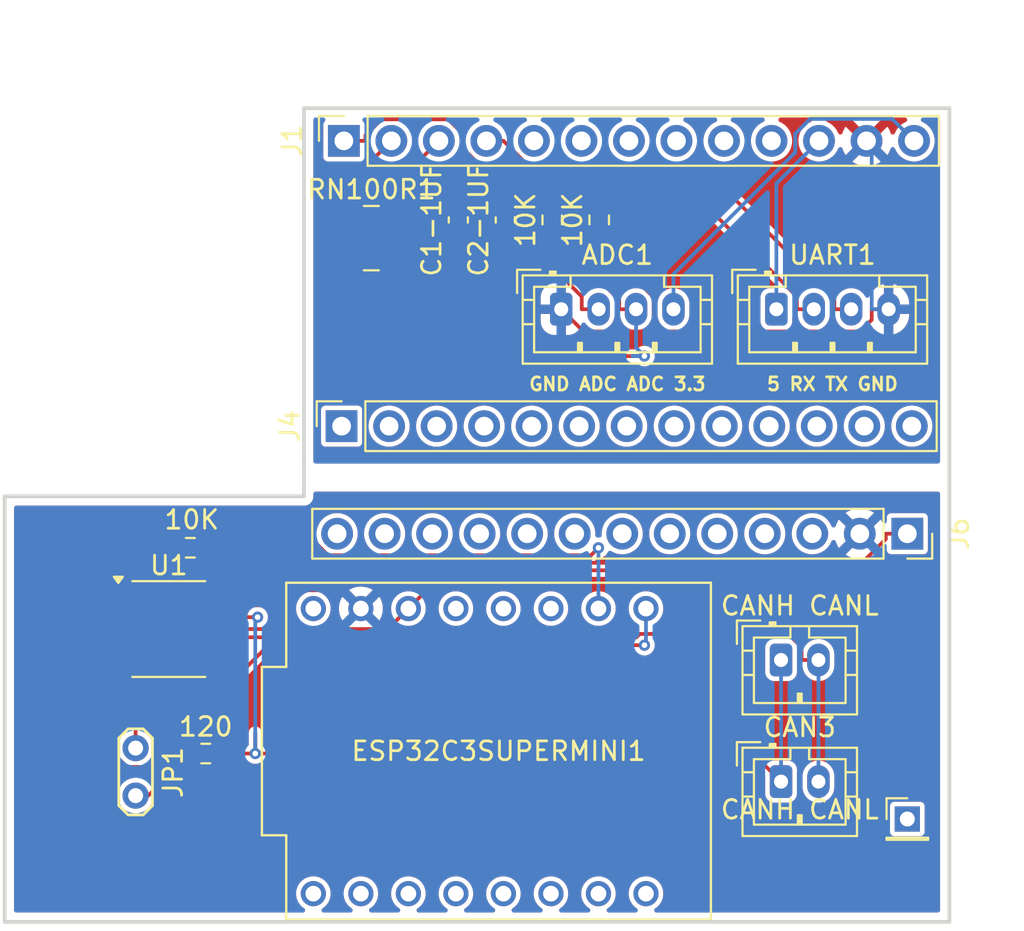
<source format=kicad_pcb>
(kicad_pcb (version 20241229) (generator "pcbnew") (generator_version "9.0")
  (layers (0 "F.Cu" signal) (2 "B.Cu" signal) (13 "F.Paste" user) (15 "B.Paste" user) (5 "F.SilkS" user "F.Silkscreen") (7 "B.SilkS" user "B.Silkscreen") (1 "F.Mask" user) (3 "B.Mask" user) (25 "Edge.Cuts" user))
  (net 0 "")
  (net 1 "GND")
  (net 5 "Net-(J1-Pin_3)")
  (net 8 "Net-(J1-Pin_2)")
  (net 35 "Net-(RN100R1-R1.2)")
  (net 36 "Net-(RN100R1-R2.2)")
  (net 37 "Net-(ADC1-Pin_2)")
  (net 38 "Net-(ADC1-Pin_3)")
  (net 39 "Net-(CAN1-Pin_2)")
  (net 40 "Net-(CAN1-Pin_1)")
  (net 53 "Net-(ADC1-Pin_4)")
  (net 54 "Net-(J1-Pin_11)")
  (net 55 "Net-(J1-Pin_4)")
  (net 56 "Net-(J1-Pin_1)")
  (net 57 "Net-(JP1-B)")
  (net 58 "Net-(U1-Rs)")
  (net 59 "Net-(ESP32C3SUPERMINI1-GPIO0)")
  (net 60 "Net-(ESP32C3SUPERMINI1-GPIO1)")
  (net 61 "Net-(ESP32C3SUPERMINI1-3V3)")
  (net 63 "GND1")
  (footprint "Resistor_SMD:R_Array_Concave_4x0603" (layer "F.Cu") (at 112.35 88.7)
    (property "Reference" "RN100R1" (at 0 -2.6 0) (layer "F.SilkS"))
    (property "Value" "100R")
    (fp_line (start 0.4 -1.72) (end -0.4 -1.72) (stroke (width 0.12)) (layer "F.SilkS"))
    (fp_line (start 0.4 1.72) (end -0.4 1.72) (stroke (width 0.12)) (layer "F.SilkS"))
    (pad "1" smd rect (at -0.85 -1.2) (size 0.9 0.4) (layers "F.Cu" "F.Mask" "F.Paste") (net 5 "Net-(J1-Pin_3)"))
    (pad "2" smd rect (at -0.85 -0.4) (size 0.9 0.4) (layers "F.Cu" "F.Mask" "F.Paste") (net 8 "Net-(J1-Pin_2)"))
    (pad "3" smd rect (at -0.85 0.4) (size 0.9 0.4) (layers "F.Cu" "F.Mask" "F.Paste") (net 38 "Net-(ADC1-Pin_3)"))
    (pad "4" smd rect (at -0.85 1.2) (size 0.9 0.4) (layers "F.Cu" "F.Mask" "F.Paste") (net 37 "Net-(ADC1-Pin_2)"))
    (pad "5" smd rect (at 0.85 1.2) (size 0.9 0.4) (layers "F.Cu" "F.Mask" "F.Paste") (net 36 "Net-(RN100R1-R2.2)"))
    (pad "6" smd rect (at 0.85 0.4) (size 0.9 0.4) (layers "F.Cu" "F.Mask" "F.Paste") (net 35 "Net-(RN100R1-R1.2)"))
    (pad "7" smd rect (at 0.85 -0.4) (size 0.9 0.4) (layers "F.Cu" "F.Mask" "F.Paste") (net 36 "Net-(RN100R1-R2.2)"))
    (pad "8" smd rect (at 0.85 -1.2) (size 0.9 0.4) (layers "F.Cu" "F.Mask" "F.Paste") (net 35 "Net-(RN100R1-R1.2)"))
  )
  (footprint "TestPoint:TestPoint_2Pads_Pitch2.54mm_Drill0.8mm" (layer "F.Cu") (at 99.75 115.96 -90)
    (property "Reference" "JP1" (at 1.3 -2 90) (layer "F.SilkS"))
    (property "Value" "Jumper_2_Bridged")
    (fp_line (start -0.53 0.9) (end -1.03 0.4) (stroke (width 0.15)) (layer "F.SilkS"))
    (fp_line (start 3.07 0.9) (end -0.53 0.9) (stroke (width 0.15)) (layer "F.SilkS"))
    (fp_line (start -1.03 0.4) (end -1.03 -0.4) (stroke (width 0.15)) (layer "F.SilkS"))
    (fp_line (start 3.57 0.4) (end 3.07 0.9) (stroke (width 0.15)) (layer "F.SilkS"))
    (fp_line (start -1.03 -0.4) (end -0.53 -0.9) (stroke (width 0.15)) (layer "F.SilkS"))
    (fp_line (start 3.57 -0.4) (end 3.57 0.4) (stroke (width 0.15)) (layer "F.SilkS"))
    (fp_line (start -0.53 -0.9) (end 3.07 -0.9) (stroke (width 0.15)) (layer "F.SilkS"))
    (fp_line (start 3.07 -0.9) (end 3.57 -0.4) (stroke (width 0.15)) (layer "F.SilkS"))
    (pad "1" thru_hole circle (at 0 0 270) (size 1.4 1.4) (drill 0.8) (layers "*.Cu" "*.Mask") (net 39 "Net-(CAN1-Pin_2)"))
    (pad "2" thru_hole circle (at 2.54 0 270) (size 1.4 1.4) (drill 0.8) (layers "*.Cu" "*.Mask") (net 57 "Net-(JP1-B)"))
  )
  (footprint "Connector_JST:JST_PH_B2B-PH-K_1x02_P2.00mm_Vertical" (layer "F.Cu") (at 134.25 111.25)
    (property "Reference" "CANH CANL" (at 1 -2.9 0) (layer "F.SilkS"))
    (property "Value" "Conn_01x02_Socket")
    (fp_line (start -2.36 -2.11) (end -2.36 -0.86) (stroke (width 0.12)) (layer "F.SilkS"))
    (fp_line (start -2.06 -1.81) (end -2.06 2.91) (stroke (width 0.12)) (layer "F.SilkS"))
    (fp_line (start -2.06 -0.5) (end -1.45 -0.5) (stroke (width 0.12)) (layer "F.SilkS"))
    (fp_line (start -2.06 0.8) (end -1.45 0.8) (stroke (width 0.12)) (layer "F.SilkS"))
    (fp_line (start -2.06 2.91) (end 4.06 2.91) (stroke (width 0.12)) (layer "F.SilkS"))
    (fp_line (start -1.45 -1.2) (end -1.45 2.3) (stroke (width 0.12)) (layer "F.SilkS"))
    (fp_line (start -1.45 2.3) (end 3.45 2.3) (stroke (width 0.12)) (layer "F.SilkS"))
    (fp_line (start -1.11 -2.11) (end -2.36 -2.11) (stroke (width 0.12)) (layer "F.SilkS"))
    (fp_line (start -0.6 -2.01) (end -0.6 -1.81) (stroke (width 0.12)) (layer "F.SilkS"))
    (fp_line (start -0.3 -2.01) (end -0.6 -2.01) (stroke (width 0.12)) (layer "F.SilkS"))
    (fp_line (start -0.3 -1.91) (end -0.6 -1.91) (stroke (width 0.12)) (layer "F.SilkS"))
    (fp_line (start -0.3 -1.81) (end -0.3 -2.01) (stroke (width 0.12)) (layer "F.SilkS"))
    (fp_line (start 0.5 -1.81) (end 0.5 -1.2) (stroke (width 0.12)) (layer "F.SilkS"))
    (fp_line (start 0.5 -1.2) (end -1.45 -1.2) (stroke (width 0.12)) (layer "F.SilkS"))
    (fp_line (start 0.9 1.8) (end 1.1 1.8) (stroke (width 0.12)) (layer "F.SilkS"))
    (fp_line (start 0.9 2.3) (end 0.9 1.8) (stroke (width 0.12)) (layer "F.SilkS"))
    (fp_line (start 1 2.3) (end 1 1.8) (stroke (width 0.12)) (layer "F.SilkS"))
    (fp_line (start 1.1 1.8) (end 1.1 2.3) (stroke (width 0.12)) (layer "F.SilkS"))
    (fp_line (start 1.5 -1.2) (end 1.5 -1.81) (stroke (width 0.12)) (layer "F.SilkS"))
    (fp_line (start 3.45 -1.2) (end 1.5 -1.2) (stroke (width 0.12)) (layer "F.SilkS"))
    (fp_line (start 3.45 2.3) (end 3.45 -1.2) (stroke (width 0.12)) (layer "F.SilkS"))
    (fp_line (start 4.06 -1.81) (end -2.06 -1.81) (stroke (width 0.12)) (layer "F.SilkS"))
    (fp_line (start 4.06 -0.5) (end 3.45 -0.5) (stroke (width 0.12)) (layer "F.SilkS"))
    (fp_line (start 4.06 0.8) (end 3.45 0.8) (stroke (width 0.12)) (layer "F.SilkS"))
    (fp_line (start 4.06 2.91) (end 4.06 -1.81) (stroke (width 0.12)) (layer "F.SilkS"))
    (pad "1" thru_hole roundrect (at 0 0) (size 1.2 1.75) (drill 0.75) (layers "*.Cu" "*.Mask") (roundrect_rratio 0.208333) (net 40 "Net-(CAN1-Pin_1)"))
    (pad "2" thru_hole oval (at 2 0) (size 1.2 1.75) (drill 0.75) (layers "*.Cu" "*.Mask") (net 39 "Net-(CAN1-Pin_2)"))
  )
  (footprint "Connector_JST:JST_PH_B4B-PH-K_1x04_P2.00mm_Vertical" (layer "F.Cu") (at 122.5 92.5)
    (property "Reference" "ADC1" (at 3 -2.9 0) (layer "F.SilkS"))
    (property "Value" "GND ADC ADC 3.3" (at 3 4 0) (layer "F.SilkS") (effects (font (size 0.7 0.7))))
    (fp_line (start -2.36 -2.11) (end -2.36 -0.86) (stroke (width 0.12)) (layer "F.SilkS"))
    (fp_line (start -2.06 -1.81) (end -2.06 2.91) (stroke (width 0.12)) (layer "F.SilkS"))
    (fp_line (start -2.06 -0.5) (end -1.45 -0.5) (stroke (width 0.12)) (layer "F.SilkS"))
    (fp_line (start -2.06 0.8) (end -1.45 0.8) (stroke (width 0.12)) (layer "F.SilkS"))
    (fp_line (start -2.06 2.91) (end 8.06 2.91) (stroke (width 0.12)) (layer "F.SilkS"))
    (fp_line (start -1.45 -1.2) (end -1.45 2.3) (stroke (width 0.12)) (layer "F.SilkS"))
    (fp_line (start -1.45 2.3) (end 7.45 2.3) (stroke (width 0.12)) (layer "F.SilkS"))
    (fp_line (start -1.11 -2.11) (end -2.36 -2.11) (stroke (width 0.12)) (layer "F.SilkS"))
    (fp_line (start -0.6 -2.01) (end -0.6 -1.81) (stroke (width 0.12)) (layer "F.SilkS"))
    (fp_line (start -0.3 -2.01) (end -0.6 -2.01) (stroke (width 0.12)) (layer "F.SilkS"))
    (fp_line (start -0.3 -1.91) (end -0.6 -1.91) (stroke (width 0.12)) (layer "F.SilkS"))
    (fp_line (start -0.3 -1.81) (end -0.3 -2.01) (stroke (width 0.12)) (layer "F.SilkS"))
    (fp_line (start 0.5 -1.81) (end 0.5 -1.2) (stroke (width 0.12)) (layer "F.SilkS"))
    (fp_line (start 0.5 -1.2) (end -1.45 -1.2) (stroke (width 0.12)) (layer "F.SilkS"))
    (fp_line (start 0.9 1.8) (end 1.1 1.8) (stroke (width 0.12)) (layer "F.SilkS"))
    (fp_line (start 0.9 2.3) (end 0.9 1.8) (stroke (width 0.12)) (layer "F.SilkS"))
    (fp_line (start 1 2.3) (end 1 1.8) (stroke (width 0.12)) (layer "F.SilkS"))
    (fp_line (start 1.1 1.8) (end 1.1 2.3) (stroke (width 0.12)) (layer "F.SilkS"))
    (fp_line (start 2.9 1.8) (end 3.1 1.8) (stroke (width 0.12)) (layer "F.SilkS"))
    (fp_line (start 2.9 2.3) (end 2.9 1.8) (stroke (width 0.12)) (layer "F.SilkS"))
    (fp_line (start 3 2.3) (end 3 1.8) (stroke (width 0.12)) (layer "F.SilkS"))
    (fp_line (start 3.1 1.8) (end 3.1 2.3) (stroke (width 0.12)) (layer "F.SilkS"))
    (fp_line (start 4.9 1.8) (end 5.1 1.8) (stroke (width 0.12)) (layer "F.SilkS"))
    (fp_line (start 4.9 2.3) (end 4.9 1.8) (stroke (width 0.12)) (layer "F.SilkS"))
    (fp_line (start 5 2.3) (end 5 1.8) (stroke (width 0.12)) (layer "F.SilkS"))
    (fp_line (start 5.1 1.8) (end 5.1 2.3) (stroke (width 0.12)) (layer "F.SilkS"))
    (fp_line (start 5.5 -1.2) (end 5.5 -1.81) (stroke (width 0.12)) (layer "F.SilkS"))
    (fp_line (start 7.45 -1.2) (end 5.5 -1.2) (stroke (width 0.12)) (layer "F.SilkS"))
    (fp_line (start 7.45 2.3) (end 7.45 -1.2) (stroke (width 0.12)) (layer "F.SilkS"))
    (fp_line (start 8.06 -1.81) (end -2.06 -1.81) (stroke (width 0.12)) (layer "F.SilkS"))
    (fp_line (start 8.06 -0.5) (end 7.45 -0.5) (stroke (width 0.12)) (layer "F.SilkS"))
    (fp_line (start 8.06 0.8) (end 7.45 0.8) (stroke (width 0.12)) (layer "F.SilkS"))
    (fp_line (start 8.06 2.91) (end 8.06 -1.81) (stroke (width 0.12)) (layer "F.SilkS"))
    (pad "1" thru_hole roundrect (at 0 0) (size 1.2 1.75) (drill 0.75) (layers "*.Cu" "*.Mask") (roundrect_rratio 0.208333) (net 1 "GND"))
    (pad "2" thru_hole oval (at 2 0) (size 1.2 1.75) (drill 0.75) (layers "*.Cu" "*.Mask") (net 37 "Net-(ADC1-Pin_2)"))
    (pad "3" thru_hole oval (at 4 0) (size 1.2 1.75) (drill 0.75) (layers "*.Cu" "*.Mask") (net 38 "Net-(ADC1-Pin_3)"))
    (pad "4" thru_hole oval (at 6 0) (size 1.2 1.75) (drill 0.75) (layers "*.Cu" "*.Mask") (net 53 "Net-(ADC1-Pin_4)"))
  )
  (footprint "Capacitor_SMD:C_0603_1608Metric" (layer "F.Cu") (at 117 87.725 90)
    (property "Reference" "C1-1UF" (at 0 -1.43 90) (layer "F.SilkS"))
    (property "Value" "1uF")
    (fp_line (start -0.14058 -0.51) (end 0.14058 -0.51) (stroke (width 0.12)) (layer "F.SilkS"))
    (fp_line (start -0.14058 0.51) (end 0.14058 0.51) (stroke (width 0.12)) (layer "F.SilkS"))
    (pad "1" smd roundrect (at -0.775 0 90) (size 0.9 0.95) (layers "F.Cu" "F.Mask" "F.Paste") (net 38 "Net-(ADC1-Pin_3)"))
    (pad "2" smd roundrect (at 0.775 0 90) (size 0.9 0.95) (layers "F.Cu" "F.Mask" "F.Paste") (net 1 "GND"))
  )
  (footprint "Connector_PinSocket_2.54mm:PinSocket_1x13_P2.54mm_Vertical" (layer "F.Cu") (at 141 104.5 -90)
    (property "Reference" "J6" (at 0 -2.77 90) (layer "F.SilkS"))
    (property "Value" "Conn_01x13_Socket")
    (fp_line (start -1.33 31.81) (end 1.33 31.81) (stroke (width 0.12)) (layer "F.SilkS"))
    (fp_line (start -1.33 1.27) (end -1.33 31.81) (stroke (width 0.12)) (layer "F.SilkS"))
    (fp_line (start -1.33 1.27) (end 1.33 1.27) (stroke (width 0.12)) (layer "F.SilkS"))
    (fp_line (start 1.33 1.27) (end 1.33 31.81) (stroke (width 0.12)) (layer "F.SilkS"))
    (fp_line (start 0 -1.33) (end 1.33 -1.33) (stroke (width 0.12)) (layer "F.SilkS"))
    (fp_line (start 1.33 -1.33) (end 1.33 0) (stroke (width 0.12)) (layer "F.SilkS"))
    (pad "1" thru_hole rect (at 0 0 270) (size 1.7 1.7) (drill 1) (layers "*.Cu" "*.Mask") (net 61 "Net-(ESP32C3SUPERMINI1-3V3)"))
    (pad "2" thru_hole circle (at 0 2.54 270) (size 1.7 1.7) (drill 1) (layers "*.Cu" "*.Mask") (net 63 "GND1"))
    (pad "3" thru_hole circle (at 0 5.08 270) (size 1.7 1.7) (drill 1) (layers "*.Cu" "*.Mask"))
    (pad "4" thru_hole circle (at 0 7.62 270) (size 1.7 1.7) (drill 1) (layers "*.Cu" "*.Mask"))
    (pad "5" thru_hole circle (at 0 10.16 270) (size 1.7 1.7) (drill 1) (layers "*.Cu" "*.Mask"))
    (pad "6" thru_hole circle (at 0 12.7 270) (size 1.7 1.7) (drill 1) (layers "*.Cu" "*.Mask"))
    (pad "7" thru_hole circle (at 0 15.24 270) (size 1.7 1.7) (drill 1) (layers "*.Cu" "*.Mask"))
    (pad "8" thru_hole circle (at 0 17.78 270) (size 1.7 1.7) (drill 1) (layers "*.Cu" "*.Mask"))
    (pad "9" thru_hole circle (at 0 20.32 270) (size 1.7 1.7) (drill 1) (layers "*.Cu" "*.Mask"))
    (pad "10" thru_hole circle (at 0 22.86 270) (size 1.7 1.7) (drill 1) (layers "*.Cu" "*.Mask"))
    (pad "11" thru_hole circle (at 0 25.4 270) (size 1.7 1.7) (drill 1) (layers "*.Cu" "*.Mask"))
    (pad "12" thru_hole circle (at 0 27.94 270) (size 1.7 1.7) (drill 1) (layers "*.Cu" "*.Mask"))
    (pad "13" thru_hole circle (at 0 30.48 270) (size 1.7 1.7) (drill 1) (layers "*.Cu" "*.Mask"))
  )
  (footprint "Resistor_SMD:R_0603_1608Metric" (layer "F.Cu") (at 122.02 87.725 90)
    (property "Reference" "10K" (at 0 -1.43 90) (layer "F.SilkS"))
    (property "Value" "10k")
    (fp_line (start -0.237258 -0.5225) (end 0.237258 -0.5225) (stroke (width 0.12)) (layer "F.SilkS"))
    (fp_line (start -0.237258 0.5225) (end 0.237258 0.5225) (stroke (width 0.12)) (layer "F.SilkS"))
    (pad "1" smd roundrect (at -0.825 0 90) (size 0.8 0.95) (layers "F.Cu" "F.Mask" "F.Paste") (net 1 "GND"))
    (pad "2" smd roundrect (at 0.825 0 90) (size 0.8 0.95) (layers "F.Cu" "F.Mask" "F.Paste") (net 36 "Net-(RN100R1-R2.2)"))
  )
  (footprint "Resistor_SMD:R_0603_1608Metric" (layer "F.Cu") (at 124.53 87.725 90)
    (property "Reference" "10K" (at 0 -1.43 90) (layer "F.SilkS"))
    (property "Value" "10k")
    (fp_line (start -0.237258 -0.5225) (end 0.237258 -0.5225) (stroke (width 0.12)) (layer "F.SilkS"))
    (fp_line (start -0.237258 0.5225) (end 0.237258 0.5225) (stroke (width 0.12)) (layer "F.SilkS"))
    (pad "1" smd roundrect (at -0.825 0 90) (size 0.8 0.95) (layers "F.Cu" "F.Mask" "F.Paste") (net 35 "Net-(RN100R1-R1.2)"))
    (pad "2" smd roundrect (at 0.825 0 90) (size 0.8 0.95) (layers "F.Cu" "F.Mask" "F.Paste") (net 1 "GND"))
  )
  (footprint "Connector_PinSocket_2.54mm:PinSocket_1x13_P2.54mm_Vertical" (layer "F.Cu") (at 110.88 83.5 90)
    (property "Reference" "J1" (at 0 -2.77 90) (layer "F.SilkS"))
    (property "Value" "Conn_01x13_Socket")
    (fp_line (start 1.33 -1.33) (end 1.33 0) (stroke (width 0.12)) (layer "F.SilkS"))
    (fp_line (start 0 -1.33) (end 1.33 -1.33) (stroke (width 0.12)) (layer "F.SilkS"))
    (fp_line (start 1.33 1.27) (end 1.33 31.81) (stroke (width 0.12)) (layer "F.SilkS"))
    (fp_line (start -1.33 1.27) (end 1.33 1.27) (stroke (width 0.12)) (layer "F.SilkS"))
    (fp_line (start -1.33 1.27) (end -1.33 31.81) (stroke (width 0.12)) (layer "F.SilkS"))
    (fp_line (start -1.33 31.81) (end 1.33 31.81) (stroke (width 0.12)) (layer "F.SilkS"))
    (pad "1" thru_hole rect (at 0 0 90) (size 1.7 1.7) (drill 1) (layers "*.Cu" "*.Mask") (net 56 "Net-(J1-Pin_1)"))
    (pad "2" thru_hole circle (at 0 2.54 90) (size 1.7 1.7) (drill 1) (layers "*.Cu" "*.Mask") (net 8 "Net-(J1-Pin_2)"))
    (pad "3" thru_hole circle (at 0 5.08 90) (size 1.7 1.7) (drill 1) (layers "*.Cu" "*.Mask") (net 5 "Net-(J1-Pin_3)"))
    (pad "4" thru_hole circle (at 0 7.62 90) (size 1.7 1.7) (drill 1) (layers "*.Cu" "*.Mask") (net 55 "Net-(J1-Pin_4)"))
    (pad "5" thru_hole circle (at 0 10.16 90) (size 1.7 1.7) (drill 1) (layers "*.Cu" "*.Mask"))
    (pad "6" thru_hole circle (at 0 12.7 90) (size 1.7 1.7) (drill 1) (layers "*.Cu" "*.Mask"))
    (pad "7" thru_hole circle (at 0 15.24 90) (size 1.7 1.7) (drill 1) (layers "*.Cu" "*.Mask"))
    (pad "8" thru_hole circle (at 0 17.78 90) (size 1.7 1.7) (drill 1) (layers "*.Cu" "*.Mask"))
    (pad "9" thru_hole circle (at 0 20.32 90) (size 1.7 1.7) (drill 1) (layers "*.Cu" "*.Mask"))
    (pad "10" thru_hole circle (at 0 22.86 90) (size 1.7 1.7) (drill 1) (layers "*.Cu" "*.Mask"))
    (pad "11" thru_hole circle (at 0 25.4 90) (size 1.7 1.7) (drill 1) (layers "*.Cu" "*.Mask") (net 54 "Net-(J1-Pin_11)"))
    (pad "12" thru_hole circle (at 0 27.94 90) (size 1.7 1.7) (drill 1) (layers "*.Cu" "*.Mask") (net 1 "GND"))
    (pad "13" thru_hole circle (at 0 30.48 90) (size 1.7 1.7) (drill 1) (layers "*.Cu" "*.Mask") (net 53 "Net-(ADC1-Pin_4)"))
  )
  (footprint "Resistor_SMD:R_0603_1608Metric" (layer "F.Cu") (at 102.675 105.25 180)
    (property "Reference" "10K" (at -0.075 1.5 0) (layer "F.SilkS"))
    (property "Value" "10k")
    (fp_line (start -0.237258 0.5225) (end 0.237258 0.5225) (stroke (width 0.12)) (layer "F.SilkS"))
    (fp_line (start -0.237258 -0.5225) (end 0.237258 -0.5225) (stroke (width 0.12)) (layer "F.SilkS"))
    (pad "1" smd roundrect (at -0.825 0 180) (size 0.8 0.95) (layers "F.Cu" "F.Mask" "F.Paste") (net 58 "Net-(U1-Rs)"))
    (pad "2" smd roundrect (at 0.825 0 180) (size 0.8 0.95) (layers "F.Cu" "F.Mask" "F.Paste") (net 63 "GND1"))
  )
  (footprint "Resistor_SMD:R_0603_1608Metric" (layer "F.Cu") (at 103.5 116.25)
    (property "Reference" "120" (at 0 -1.43 0) (layer "F.SilkS"))
    (property "Value" "120")
    (fp_line (start -0.237258 -0.5225) (end 0.237258 -0.5225) (stroke (width 0.12)) (layer "F.SilkS"))
    (fp_line (start -0.237258 0.5225) (end 0.237258 0.5225) (stroke (width 0.12)) (layer "F.SilkS"))
    (pad "1" smd roundrect (at -0.825 0) (size 0.8 0.95) (layers "F.Cu" "F.Mask" "F.Paste") (net 57 "Net-(JP1-B)"))
    (pad "2" smd roundrect (at 0.825 0) (size 0.8 0.95) (layers "F.Cu" "F.Mask" "F.Paste") (net 40 "Net-(CAN1-Pin_1)"))
  )
  (footprint "Connector_PinHeader_2.00mm:PinHeader_1x01_P2.00mm_Vertical" (layer "F.Cu") (at 141 119.75)
    (property "Reference" "J5" (hide yes))
    (property "Value" "Conn_01x01_Pin")
    (fp_line (start -1.11 -1.11) (end 0 -1.11) (stroke (width 0.12)) (layer "F.SilkS"))
    (fp_line (start -1.11 0) (end -1.11 -1.11) (stroke (width 0.12)) (layer "F.SilkS"))
    (fp_line (start -1.11 1) (end -1.11 1.11) (stroke (width 0.12)) (layer "F.SilkS"))
    (fp_line (start -1.11 1) (end 1.11 1) (stroke (width 0.12)) (layer "F.SilkS"))
    (fp_line (start -1.11 1.11) (end 1.11 1.11) (stroke (width 0.12)) (layer "F.SilkS"))
    (fp_line (start 1.11 1) (end 1.11 1.11) (stroke (width 0.12)) (layer "F.SilkS"))
    (pad "1" thru_hole rect (at 0 0) (size 1.35 1.35) (drill 0.8) (layers "*.Cu" "*.Mask"))
  )
  (footprint "Connector_JST:JST_PH_B2B-PH-K_1x02_P2.00mm_Vertical" (layer "F.Cu") (at 134.25 117.75)
    (property "Reference" "CAN3" (at 1 -2.9 0) (layer "F.SilkS"))
    (property "Value" "Conn_01x02_Socket")
    (fp_line (start -2.36 -2.11) (end -2.36 -0.86) (stroke (width 0.12)) (layer "F.SilkS"))
    (fp_line (start -2.06 -1.81) (end -2.06 2.91) (stroke (width 0.12)) (layer "F.SilkS"))
    (fp_line (start -2.06 -0.5) (end -1.45 -0.5) (stroke (width 0.12)) (layer "F.SilkS"))
    (fp_line (start -2.06 0.8) (end -1.45 0.8) (stroke (width 0.12)) (layer "F.SilkS"))
    (fp_line (start -2.06 2.91) (end 4.06 2.91) (stroke (width 0.12)) (layer "F.SilkS"))
    (fp_line (start -1.45 -1.2) (end -1.45 2.3) (stroke (width 0.12)) (layer "F.SilkS"))
    (fp_line (start -1.45 2.3) (end 3.45 2.3) (stroke (width 0.12)) (layer "F.SilkS"))
    (fp_line (start -1.11 -2.11) (end -2.36 -2.11) (stroke (width 0.12)) (layer "F.SilkS"))
    (fp_line (start -0.6 -2.01) (end -0.6 -1.81) (stroke (width 0.12)) (layer "F.SilkS"))
    (fp_line (start -0.3 -2.01) (end -0.6 -2.01) (stroke (width 0.12)) (layer "F.SilkS"))
    (fp_line (start -0.3 -1.91) (end -0.6 -1.91) (stroke (width 0.12)) (layer "F.SilkS"))
    (fp_line (start -0.3 -1.81) (end -0.3 -2.01) (stroke (width 0.12)) (layer "F.SilkS"))
    (fp_line (start 0.5 -1.81) (end 0.5 -1.2) (stroke (width 0.12)) (layer "F.SilkS"))
    (fp_line (start 0.5 -1.2) (end -1.45 -1.2) (stroke (width 0.12)) (layer "F.SilkS"))
    (fp_line (start 0.9 1.8) (end 1.1 1.8) (stroke (width 0.12)) (layer "F.SilkS"))
    (fp_line (start 0.9 2.3) (end 0.9 1.8) (stroke (width 0.12)) (layer "F.SilkS"))
    (fp_line (start 1 2.3) (end 1 1.8) (stroke (width 0.12)) (layer "F.SilkS"))
    (fp_line (start 1.1 1.8) (end 1.1 2.3) (stroke (width 0.12)) (layer "F.SilkS"))
    (fp_line (start 1.5 -1.2) (end 1.5 -1.81) (stroke (width 0.12)) (layer "F.SilkS"))
    (fp_line (start 3.45 -1.2) (end 1.5 -1.2) (stroke (width 0.12)) (layer "F.SilkS"))
    (fp_line (start 3.45 2.3) (end 3.45 -1.2) (stroke (width 0.12)) (layer "F.SilkS"))
    (fp_line (start 4.06 -1.81) (end -2.06 -1.81) (stroke (width 0.12)) (layer "F.SilkS"))
    (fp_line (start 4.06 -0.5) (end 3.45 -0.5) (stroke (width 0.12)) (layer "F.SilkS"))
    (fp_line (start 4.06 0.8) (end 3.45 0.8) (stroke (width 0.12)) (layer "F.SilkS"))
    (fp_line (start 4.06 2.91) (end 4.06 -1.81) (stroke (width 0.12)) (layer "F.SilkS"))
    (fp_text user "CANH CANL" (at 1 1.5 0) (layer "F.SilkS"))
    (pad "1" thru_hole roundrect (at 0 0) (size 1.2 1.75) (drill 0.75) (layers "*.Cu" "*.Mask") (roundrect_rratio 0.208333) (net 40 "Net-(CAN1-Pin_1)"))
    (pad "2" thru_hole oval (at 2 0) (size 1.2 1.75) (drill 0.75) (layers "*.Cu" "*.Mask") (net 39 "Net-(CAN1-Pin_2)"))
  )
  (footprint "Connector_JST:JST_PH_B4B-PH-K_1x04_P2.00mm_Vertical" (layer "F.Cu") (at 134 92.5)
    (property "Reference" "UART1" (at 3 -2.9 0) (layer "F.SilkS"))
    (property "Value" "5 RX TX GND" (at 3 4 0) (layer "F.SilkS") (effects (font (size 0.7 0.7))))
    (fp_line (start -2.36 -2.11) (end -2.36 -0.86) (stroke (width 0.12)) (layer "F.SilkS"))
    (fp_line (start -2.06 -1.81) (end -2.06 2.91) (stroke (width 0.12)) (layer "F.SilkS"))
    (fp_line (start -2.06 -0.5) (end -1.45 -0.5) (stroke (width 0.12)) (layer "F.SilkS"))
    (fp_line (start -2.06 0.8) (end -1.45 0.8) (stroke (width 0.12)) (layer "F.SilkS"))
    (fp_line (start -2.06 2.91) (end 8.06 2.91) (stroke (width 0.12)) (layer "F.SilkS"))
    (fp_line (start -1.45 -1.2) (end -1.45 2.3) (stroke (width 0.12)) (layer "F.SilkS"))
    (fp_line (start -1.45 2.3) (end 7.45 2.3) (stroke (width 0.12)) (layer "F.SilkS"))
    (fp_line (start -1.11 -2.11) (end -2.36 -2.11) (stroke (width 0.12)) (layer "F.SilkS"))
    (fp_line (start -0.6 -2.01) (end -0.6 -1.81) (stroke (width 0.12)) (layer "F.SilkS"))
    (fp_line (start -0.3 -2.01) (end -0.6 -2.01) (stroke (width 0.12)) (layer "F.SilkS"))
    (fp_line (start -0.3 -1.91) (end -0.6 -1.91) (stroke (width 0.12)) (layer "F.SilkS"))
    (fp_line (start -0.3 -1.81) (end -0.3 -2.01) (stroke (width 0.12)) (layer "F.SilkS"))
    (fp_line (start 0.5 -1.81) (end 0.5 -1.2) (stroke (width 0.12)) (layer "F.SilkS"))
    (fp_line (start 0.5 -1.2) (end -1.45 -1.2) (stroke (width 0.12)) (layer "F.SilkS"))
    (fp_line (start 0.9 1.8) (end 1.1 1.8) (stroke (width 0.12)) (layer "F.SilkS"))
    (fp_line (start 0.9 2.3) (end 0.9 1.8) (stroke (width 0.12)) (layer "F.SilkS"))
    (fp_line (start 1 2.3) (end 1 1.8) (stroke (width 0.12)) (layer "F.SilkS"))
    (fp_line (start 1.1 1.8) (end 1.1 2.3) (stroke (width 0.12)) (layer "F.SilkS"))
    (fp_line (start 2.9 1.8) (end 3.1 1.8) (stroke (width 0.12)) (layer "F.SilkS"))
    (fp_line (start 2.9 2.3) (end 2.9 1.8) (stroke (width 0.12)) (layer "F.SilkS"))
    (fp_line (start 3 2.3) (end 3 1.8) (stroke (width 0.12)) (layer "F.SilkS"))
    (fp_line (start 3.1 1.8) (end 3.1 2.3) (stroke (width 0.12)) (layer "F.SilkS"))
    (fp_line (start 4.9 1.8) (end 5.1 1.8) (stroke (width 0.12)) (layer "F.SilkS"))
    (fp_line (start 4.9 2.3) (end 4.9 1.8) (stroke (width 0.12)) (layer "F.SilkS"))
    (fp_line (start 5 2.3) (end 5 1.8) (stroke (width 0.12)) (layer "F.SilkS"))
    (fp_line (start 5.1 1.8) (end 5.1 2.3) (stroke (width 0.12)) (layer "F.SilkS"))
    (fp_line (start 5.5 -1.2) (end 5.5 -1.81) (stroke (width 0.12)) (layer "F.SilkS"))
    (fp_line (start 7.45 -1.2) (end 5.5 -1.2) (stroke (width 0.12)) (layer "F.SilkS"))
    (fp_line (start 7.45 2.3) (end 7.45 -1.2) (stroke (width 0.12)) (layer "F.SilkS"))
    (fp_line (start 8.06 -1.81) (end -2.06 -1.81) (stroke (width 0.12)) (layer "F.SilkS"))
    (fp_line (start 8.06 -0.5) (end 7.45 -0.5) (stroke (width 0.12)) (layer "F.SilkS"))
    (fp_line (start 8.06 0.8) (end 7.45 0.8) (stroke (width 0.12)) (layer "F.SilkS"))
    (fp_line (start 8.06 2.91) (end 8.06 -1.81) (stroke (width 0.12)) (layer "F.SilkS"))
    (pad "1" thru_hole roundrect (at 0 0) (size 1.2 1.75) (drill 0.75) (layers "*.Cu" "*.Mask") (roundrect_rratio 0.208333) (net 54 "Net-(J1-Pin_11)"))
    (pad "2" thru_hole oval (at 2 0) (size 1.2 1.75) (drill 0.75) (layers "*.Cu" "*.Mask") (net 56 "Net-(J1-Pin_1)"))
    (pad "3" thru_hole oval (at 4 0) (size 1.2 1.75) (drill 0.75) (layers "*.Cu" "*.Mask") (net 55 "Net-(J1-Pin_4)"))
    (pad "4" thru_hole oval (at 6 0) (size 1.2 1.75) (drill 0.75) (layers "*.Cu" "*.Mask") (net 1 "GND"))
  )
  (footprint "Connector_PinSocket_2.54mm:PinSocket_1x13_P2.54mm_Vertical" (layer "F.Cu") (at 110.76 98.75 90)
    (property "Reference" "J4" (at 0 -2.77 90) (layer "F.SilkS"))
    (property "Value" "Conn_01x13_Socket")
    (fp_line (start 1.33 -1.33) (end 1.33 0) (stroke (width 0.12)) (layer "F.SilkS"))
    (fp_line (start 0 -1.33) (end 1.33 -1.33) (stroke (width 0.12)) (layer "F.SilkS"))
    (fp_line (start 1.33 1.27) (end 1.33 31.81) (stroke (width 0.12)) (layer "F.SilkS"))
    (fp_line (start -1.33 1.27) (end 1.33 1.27) (stroke (width 0.12)) (layer "F.SilkS"))
    (fp_line (start -1.33 1.27) (end -1.33 31.81) (stroke (width 0.12)) (layer "F.SilkS"))
    (fp_line (start -1.33 31.81) (end 1.33 31.81) (stroke (width 0.12)) (layer "F.SilkS"))
    (pad "1" thru_hole rect (at 0 0 90) (size 1.7 1.7) (drill 1) (layers "*.Cu" "*.Mask"))
    (pad "2" thru_hole circle (at 0 2.54 90) (size 1.7 1.7) (drill 1) (layers "*.Cu" "*.Mask"))
    (pad "3" thru_hole circle (at 0 5.08 90) (size 1.7 1.7) (drill 1) (layers "*.Cu" "*.Mask"))
    (pad "4" thru_hole circle (at 0 7.62 90) (size 1.7 1.7) (drill 1) (layers "*.Cu" "*.Mask"))
    (pad "5" thru_hole circle (at 0 10.16 90) (size 1.7 1.7) (drill 1) (layers "*.Cu" "*.Mask"))
    (pad "6" thru_hole circle (at 0 12.7 90) (size 1.7 1.7) (drill 1) (layers "*.Cu" "*.Mask"))
    (pad "7" thru_hole circle (at 0 15.24 90) (size 1.7 1.7) (drill 1) (layers "*.Cu" "*.Mask"))
    (pad "8" thru_hole circle (at 0 17.78 90) (size 1.7 1.7) (drill 1) (layers "*.Cu" "*.Mask"))
    (pad "9" thru_hole circle (at 0 20.32 90) (size 1.7 1.7) (drill 1) (layers "*.Cu" "*.Mask"))
    (pad "10" thru_hole circle (at 0 22.86 90) (size 1.7 1.7) (drill 1) (layers "*.Cu" "*.Mask"))
    (pad "11" thru_hole circle (at 0 25.4 90) (size 1.7 1.7) (drill 1) (layers "*.Cu" "*.Mask"))
    (pad "12" thru_hole circle (at 0 27.94 90) (size 1.7 1.7) (drill 1) (layers "*.Cu" "*.Mask"))
    (pad "13" thru_hole circle (at 0 30.48 90) (size 1.7 1.7) (drill 1) (layers "*.Cu" "*.Mask"))
  )
  (footprint "Package_SO:SOIC-8_3.9x4.9mm_P1.27mm" (layer "F.Cu") (at 101.525 109.595)
    (property "Reference" "U1" (at 0 -3.4 0) (layer "F.SilkS"))
    (property "Value" "SN65HVD230")
    (fp_line (start 0 -2.56) (end -1.95 -2.56) (stroke (width 0.12)) (layer "F.SilkS"))
    (fp_line (start 0 -2.56) (end 1.95 -2.56) (stroke (width 0.12)) (layer "F.SilkS"))
    (fp_line (start 0 2.56) (end -1.95 2.56) (stroke (width 0.12)) (layer "F.SilkS"))
    (fp_line (start 0 2.56) (end 1.95 2.56) (stroke (width 0.12)) (layer "F.SilkS"))
    (fp_poly (pts (xy -2.7 -2.465) (xy -2.94 -2.795) (xy -2.46 -2.795)) (stroke (width 0.12)) (fill yes) (layer "F.SilkS"))
    (pad "1" smd roundrect (at -2.475 -1.905) (size 1.95 0.6) (layers "F.Cu" "F.Mask" "F.Paste") (net 60 "Net-(ESP32C3SUPERMINI1-GPIO1)"))
    (pad "2" smd roundrect (at -2.475 -0.635) (size 1.95 0.6) (layers "F.Cu" "F.Mask" "F.Paste") (net 63 "GND1"))
    (pad "3" smd roundrect (at -2.475 0.635) (size 1.95 0.6) (layers "F.Cu" "F.Mask" "F.Paste") (net 61 "Net-(ESP32C3SUPERMINI1-3V3)"))
    (pad "4" smd roundrect (at -2.475 1.905) (size 1.95 0.6) (layers "F.Cu" "F.Mask" "F.Paste") (net 59 "Net-(ESP32C3SUPERMINI1-GPIO0)"))
    (pad "5" smd roundrect (at 2.475 1.905) (size 1.95 0.6) (layers "F.Cu" "F.Mask" "F.Paste"))
    (pad "6" smd roundrect (at 2.475 0.635) (size 1.95 0.6) (layers "F.Cu" "F.Mask" "F.Paste") (net 39 "Net-(CAN1-Pin_2)"))
    (pad "7" smd roundrect (at 2.475 -0.635) (size 1.95 0.6) (layers "F.Cu" "F.Mask" "F.Paste") (net 40 "Net-(CAN1-Pin_1)"))
    (pad "8" smd roundrect (at 2.475 -1.905) (size 1.95 0.6) (layers "F.Cu" "F.Mask" "F.Paste") (net 58 "Net-(U1-Rs)"))
  )
  (footprint "Capacitor_SMD:C_0603_1608Metric" (layer "F.Cu") (at 119.51 87.725 90)
    (property "Reference" "C2-1UF" (at 0 -1.43 90) (layer "F.SilkS"))
    (property "Value" "1uF")
    (fp_line (start -0.14058 -0.51) (end 0.14058 -0.51) (stroke (width 0.12)) (layer "F.SilkS"))
    (fp_line (start -0.14058 0.51) (end 0.14058 0.51) (stroke (width 0.12)) (layer "F.SilkS"))
    (pad "1" smd roundrect (at -0.775 0 90) (size 0.9 0.95) (layers "F.Cu" "F.Mask" "F.Paste") (net 37 "Net-(ADC1-Pin_2)"))
    (pad "2" smd roundrect (at 0.775 0 90) (size 0.9 0.95) (layers "F.Cu" "F.Mask" "F.Paste") (net 1 "GND"))
  )
  (footprint "ESP32-C3_SUPERMINI_TH:MODULE_ESP32-C3_SUPERMINI_TH" (layer "F.Cu") (at 119.15 116.12 90)
    (property "Reference" "ESP32C3SUPERMINI1" (at 0 0 180) (layer "F.SilkS"))
    (property "Value" "ESP32-C3_SUPERMINI_TH")
    (fp_line (start 4.5 -12.65) (end -4.5 -12.65) (stroke (width 0.127)) (layer "F.SilkS"))
    (fp_line (start 4.5 -12.65) (end 4.5 -11.35) (stroke (width 0.127)) (layer "F.SilkS"))
    (fp_line (start -4.5 -12.65) (end -4.5 -11.35) (stroke (width 0.127)) (layer "F.SilkS"))
    (fp_line (start 9 -11.35) (end 4.5 -11.35) (stroke (width 0.127)) (layer "F.SilkS"))
    (fp_line (start -4.5 -11.35) (end -9 -11.35) (stroke (width 0.127)) (layer "F.SilkS"))
    (fp_line (start 9 11.35) (end 9 -11.35) (stroke (width 0.127)) (layer "F.SilkS"))
    (fp_line (start 9 11.35) (end -9 11.35) (stroke (width 0.127)) (layer "F.SilkS"))
    (fp_line (start -9 11.35) (end -9 -11.35) (stroke (width 0.127)) (layer "F.SilkS"))
    (pad "0" thru_hole circle (at 7.62 7.88 90) (size 1.348 1.348) (drill 0.84) (layers "*.Cu" "*.Mask") (net 59 "Net-(ESP32C3SUPERMINI1-GPIO0)"))
    (pad "1" thru_hole circle (at 7.62 5.34 90) (size 1.348 1.348) (drill 0.84) (layers "*.Cu" "*.Mask") (net 60 "Net-(ESP32C3SUPERMINI1-GPIO1)"))
    (pad "2" thru_hole circle (at 7.62 2.8 90) (size 1.348 1.348) (drill 0.84) (layers "*.Cu" "*.Mask"))
    (pad "3" thru_hole circle (at 7.62 0.26 90) (size 1.348 1.348) (drill 0.84) (layers "*.Cu" "*.Mask"))
    (pad "3.3" thru_hole circle (at 7.62 -4.82 90) (size 1.348 1.348) (drill 0.84) (layers "*.Cu" "*.Mask") (net 61 "Net-(ESP32C3SUPERMINI1-3V3)"))
    (pad "4" thru_hole circle (at 7.62 -2.28 90) (size 1.348 1.348) (drill 0.84) (layers "*.Cu" "*.Mask"))
    (pad "5" thru_hole circle (at -7.62 -9.9 90) (size 1.348 1.348) (drill 0.84) (layers "*.Cu" "*.Mask"))
    (pad "5V" thru_hole circle (at 7.62 -9.9 90) (size 1.348 1.348) (drill 0.84) (layers "*.Cu" "*.Mask"))
    (pad "6" thru_hole circle (at -7.62 -7.36 90) (size 1.348 1.348) (drill 0.84) (layers "*.Cu" "*.Mask"))
    (pad "7" thru_hole circle (at -7.62 -4.82 90) (size 1.348 1.348) (drill 0.84) (layers "*.Cu" "*.Mask"))
    (pad "8" thru_hole circle (at -7.62 -2.28 90) (size 1.348 1.348) (drill 0.84) (layers "*.Cu" "*.Mask"))
    (pad "9" thru_hole circle (at -7.62 0.26 90) (size 1.348 1.348) (drill 0.84) (layers "*.Cu" "*.Mask"))
    (pad "10" thru_hole circle (at -7.62 2.8 90) (size 1.348 1.348) (drill 0.84) (layers "*.Cu" "*.Mask"))
    (pad "20" thru_hole circle (at -7.62 5.34 90) (size 1.348 1.348) (drill 0.84) (layers "*.Cu" "*.Mask"))
    (pad "21" thru_hole circle (at -7.62 7.88 90) (size 1.348 1.348) (drill 0.84) (layers "*.Cu" "*.Mask"))
    (pad "G" thru_hole circle (at 7.62 -7.36 90) (size 1.348 1.348) (drill 0.84) (layers "*.Cu" "*.Mask") (net 63 "GND1"))
  )
  (gr_line (start 143.25 81.75) (end 143.25 100.5) (stroke (width 0.2)) (layer "Edge.Cuts"))
  (gr_line (start 92.75 125.25) (end 143.25 125.25) (stroke (width 0.2)) (layer "Edge.Cuts"))
  (gr_line (start 143.25 100.5) (end 143.25 102.5) (stroke (width 0.2)) (layer "Edge.Cuts"))
  (gr_line (start 108.75 100.5) (end 108.75 102.5) (stroke (width 0.2)) (layer "Edge.Cuts"))
  (gr_line (start 108.75 100.5) (end 108.75 81.75) (stroke (width 0.2)) (layer "Edge.Cuts"))
  (gr_line (start 108.75 81.75) (end 109 81.75) (stroke (width 0.2)) (layer "Edge.Cuts"))
  (gr_line (start 92.75 102.5) (end 92.75 125.25) (stroke (width 0.2)) (layer "Edge.Cuts"))
  (gr_line (start 92.75 102.5) (end 108.75 102.5) (stroke (width 0.2)) (layer "Edge.Cuts"))
  (gr_line (start 109 81.75) (end 143.25 81.75) (stroke (width 0.2)) (layer "Edge.Cuts"))
  (gr_line (start 143.25 102.5) (end 143.25 125.25) (stroke (width 0.2)) (layer "Edge.Cuts"))
  (segment (start 127.4398 93.6905) (end 123.6905 93.6905) (width 0.2) (layer "F.Cu") (net 1))
  (segment (start 127.4398 91.8665) (end 125.5746 90.0013) (width 0.2) (layer "F.Cu") (net 1))
  (segment (start 138.4714 93.6905) (end 127.4398 93.6905) (width 0.2) (layer "F.Cu") (net 1))
  (segment (start 140 92.5) (end 139.0983 92.5) (width 0.2) (layer "F.Cu") (net 1))
  (segment (start 139.0983 92.5) (end 139.0983 93.0636) (width 0.2) (layer "F.Cu") (net 1))
  (segment (start 123.67 86.9) (end 124.53 86.9) (width 0.2) (layer "F.Cu") (net 1))
  (segment (start 139.0983 93.0636) (end 138.4714 93.6905) (width 0.2) (layer "F.Cu") (net 1))
  (segment (start 125.5746 90.0013) (end 123.4713 90.0013) (width 0.2) (layer "F.Cu") (net 1))
  (segment (start 122.02 88.55) (end 123.67 86.9) (width 0.2) (layer "F.Cu") (net 1))
  (segment (start 119.51 86.95) (end 120.42 86.95) (width 0.2) (layer "F.Cu") (net 1))
  (segment (start 123.4713 90.0013) (end 122.02 88.55) (width 0.2) (layer "F.Cu") (net 1))
  (segment (start 127.4398 93.6905) (end 127.4398 91.8665) (width 0.2) (layer "F.Cu") (net 1))
  (segment (start 120.42 86.95) (end 122.02 88.55) (width 0.2) (layer "F.Cu") (net 1))
  (segment (start 123.6905 93.6905) (end 122.5 92.5) (width 0.2) (layer "F.Cu") (net 1))
  (segment (start 117 86.95) (end 119.51 86.95) (width 0.2) (layer "F.Cu") (net 1))
  (segment (start 140 92.5) (end 139.0983 92.5) (width 0.2) (layer "B.Cu") (net 1))
  (segment (start 139.0983 83.7783) (end 139.0983 92.5) (width 0.2) (layer "B.Cu") (net 1))
  (segment (start 138.82 83.5) (end 139.0983 83.7783) (width 0.2) (layer "B.Cu") (net 1))
  (segment (start 112.2517 87.2083) (end 115.96 83.5) (width 0.2) (layer "F.Cu") (net 5))
  (segment (start 112.2517 87.5) (end 112.2517 87.2083) (width 0.2) (layer "F.Cu") (net 5))
  (segment (start 111.5 87.5) (end 112.2517 87.5) (width 0.2) (layer "F.Cu") (net 5))
  (segment (start 111.5 88.3) (end 110.7483 88.3) (width 0.2) (layer "F.Cu") (net 8))
  (segment (start 110.7483 88.3) (end 110.7483 86.1717) (width 0.2) (layer "F.Cu") (net 8))
  (segment (start 110.7483 86.1717) (end 113.42 83.5) (width 0.2) (layer "F.Cu") (net 8))
  (segment (start 113.2 87.5) (end 113.9517 87.5) (width 0.2) (layer "F.Cu") (net 35))
  (segment (start 113.9517 87.5) (end 115.6697 85.782) (width 0.2) (layer "F.Cu") (net 35))
  (segment (start 124.6848 85.8411) (end 125.3304 86.4867) (width 0.2) (layer "F.Cu") (net 35))
  (segment (start 120.3705 85.782) (end 120.4296 85.8411) (width 0.2) (layer "F.Cu") (net 35))
  (segment (start 115.6697 85.782) (end 120.3705 85.782) (width 0.2) (layer "F.Cu") (net 35))
  (segment (start 112.8422 87.5) (end 113.2 87.5) (width 0.2) (layer "F.Cu") (net 35))
  (segment (start 120.7622 85.8411) (end 124.6848 85.8411) (width 0.2) (layer "F.Cu") (net 35))
  (segment (start 120.4296 85.8411) (end 120.7622 85.8411) (width 0.2) (layer "F.Cu") (net 35))
  (segment (start 112.4483 87.8939) (end 112.8422 87.5) (width 0.2) (layer "F.Cu") (net 35))
  (segment (start 112.4483 89.1) (end 112.4483 87.8939) (width 0.2) (layer "F.Cu") (net 35))
  (segment (start 125.3304 86.4867) (end 125.3304 87.7496) (width 0.2) (layer "F.Cu") (net 35))
  (segment (start 113.2 89.1) (end 112.4483 89.1) (width 0.2) (layer "F.Cu") (net 35))
  (segment (start 125.3304 87.7496) (end 124.53 88.55) (width 0.2) (layer "F.Cu") (net 35))
  (segment (start 113.9517 88.3) (end 113.2 88.3) (width 0.2) (layer "F.Cu") (net 36))
  (segment (start 113.9517 88.3) (end 116.0543 86.1974) (width 0.2) (layer "F.Cu") (net 36))
  (segment (start 113.9517 88.3) (end 113.9517 89.9) (width 0.2) (layer "F.Cu") (net 36))
  (segment (start 120.2179 86.1974) (end 120.2633 86.2428) (width 0.2) (layer "F.Cu") (net 36))
  (segment (start 113.2 89.9) (end 113.9517 89.9) (width 0.2) (layer "F.Cu") (net 36))
  (segment (start 120.9285 86.2428) (end 121.3628 86.2428) (width 0.2) (layer "F.Cu") (net 36))
  (segment (start 116.0543 86.1974) (end 120.2179 86.1974) (width 0.2) (layer "F.Cu") (net 36))
  (segment (start 120.2633 86.2428) (end 120.9285 86.2428) (width 0.2) (layer "F.Cu") (net 36))
  (segment (start 121.3628 86.2428) (end 122.02 86.9) (width 0.2) (layer "F.Cu") (net 36))
  (segment (start 112.2517 90.1509) (end 112.2517 89.9) (width 0.2) (layer "F.Cu") (net 37))
  (segment (start 119.51 89.7313) (end 119.51 88.5) (width 0.2) (layer "F.Cu") (net 37))
  (segment (start 111.5 89.9) (end 112.2517 89.9) (width 0.2) (layer "F.Cu") (net 37))
  (segment (start 124.5 92.5) (end 123.5983 92.5) (width 0.2) (layer "F.Cu") (net 37))
  (segment (start 123.5983 92.5) (end 123.5983 91.8237) (width 0.2) (layer "F.Cu") (net 37))
  (segment (start 119.51 89.7313) (end 118.8396 90.4017) (width 0.2) (layer "F.Cu") (net 37))
  (segment (start 122.7604 90.9858) (end 120.7645 90.9858) (width 0.2) (layer "F.Cu") (net 37))
  (segment (start 120.7645 90.9858) (end 119.51 89.7313) (width 0.2) (layer "F.Cu") (net 37))
  (segment (start 118.8396 90.4017) (end 112.5025 90.4017) (width 0.2) (layer "F.Cu") (net 37))
  (segment (start 123.5983 91.8237) (end 122.7604 90.9858) (width 0.2) (layer "F.Cu") (net 37))
  (segment (start 112.5025 90.4017) (end 112.2517 90.1509) (width 0.2) (layer "F.Cu") (net 37))
  (segment (start 119.9899 87.725) (end 117.775 87.725) (width 0.2) (layer "F.Cu") (net 38))
  (segment (start 126.3146 95.0032) (end 126.9476 95.0032) (width 0.2) (layer "F.Cu") (net 38))
  (segment (start 115.5227 95.0032) (end 110.7483 90.2288) (width 0.2) (layer "F.Cu") (net 38))
  (segment (start 117.775 87.725) (end 117 88.5) (width 0.2) (layer "F.Cu") (net 38))
  (segment (start 110.7483 90.2288) (end 110.7483 89.1) (width 0.2) (layer "F.Cu") (net 38))
  (segment (start 122.6679 90.403) (end 119.9899 87.725) (width 0.2) (layer "F.Cu") (net 38))
  (segment (start 126.9476 95.0032) (end 115.5227 95.0032) (width 0.2) (layer "F.Cu") (net 38))
  (segment (start 126.9476 95.0032) (end 126.3146 95.0032) (width 0.2) (layer "F.Cu") (net 38))
  (segment (start 125.5983 92.5) (end 125.5983 92.0029) (width 0.2) (layer "F.Cu") (net 38))
  (segment (start 125.5983 92.0029) (end 123.9984 90.403) (width 0.2) (layer "F.Cu") (net 38))
  (segment (start 111.5 89.1) (end 110.7483 89.1) (width 0.2) (layer "F.Cu") (net 38))
  (segment (start 123.9984 90.403) (end 122.6679 90.403) (width 0.2) (layer "F.Cu") (net 38))
  (segment (start 126.5 92.5) (end 125.5983 92.5) (width 0.2) (layer "F.Cu") (net 38))
  (via (at 126.9476 95.0032) (size 0.6) (drill 0.3) (layers "F.Cu" "B.Cu") (net 38))
  (segment (start 126.5 92.5) (end 126.5 94.5556) (width 0.2) (layer "B.Cu") (net 38))
  (segment (start 126.3146 95.0032) (end 126.9476 95.0032) (width 0.2) (layer "B.Cu") (net 38))
  (segment (start 126.9476 95.0032) (end 126.3146 95.0032) (width 0.2) (layer "B.Cu") (net 38))
  (segment (start 126.5 94.5556) (end 126.9476 95.0032) (width 0.2) (layer "B.Cu") (net 38))
  (segment (start 126.6985 109.857) (end 126.5211 110.0344) (width 0.2) (layer "F.Cu") (net 39))
  (segment (start 134.6336 109.857) (end 126.6985 109.857) (width 0.2) (layer "F.Cu") (net 39))
  (segment (start 104.1956 110.0344) (end 104 110.23) (width 0.2) (layer "F.Cu") (net 39))
  (segment (start 103.6235 110.23) (end 99.75 114.1035) (width 0.2) (layer "F.Cu") (net 39))
  (segment (start 126.5211 110.0344) (end 104.1956 110.0344) (width 0.2) (layer "F.Cu") (net 39))
  (segment (start 104 110.23) (end 103.6235 110.23) (width 0.2) (layer "F.Cu") (net 39))
  (segment (start 135.3483 111.25) (end 135.3483 110.5717) (width 0.2) (layer "F.Cu") (net 39))
  (segment (start 135.3483 110.5717) (end 134.6336 109.857) (width 0.2) (layer "F.Cu") (net 39))
  (segment (start 99.75 114.1035) (end 99.75 115.96) (width 0.2) (layer "F.Cu") (net 39))
  (segment (start 136.25 111.25) (end 135.3483 111.25) (width 0.2) (layer "F.Cu") (net 39))
  (segment (start 136.25 117.75) (end 136.25 111.25) (width 0.2) (layer "B.Cu") (net 39))
  (segment (start 106.2688 108.96) (end 106.0922 108.96) (width 0.2) (layer "F.Cu") (net 40))
  (segment (start 106.1439 115.1531) (end 106.1439 116.25) (width 0.2) (layer "F.Cu") (net 40))
  (segment (start 106.1439 116.25) (end 105.3063 116.25) (width 0.2) (layer "F.Cu") (net 40))
  (segment (start 106.1439 116.25) (end 106.1439 115.1531) (width 0.2) (layer "F.Cu") (net 40))
  (segment (start 106.2688 108.96) (end 104 108.96) (width 0.2) (layer "F.Cu") (net 40))
  (segment (start 104.325 116.25) (end 105.3063 116.25) (width 0.2) (layer "F.Cu") (net 40))
  (segment (start 106.0922 108.96) (end 106.2688 108.96) (width 0.2) (layer "F.Cu") (net 40))
  (segment (start 132.75 116.25) (end 106.1439 116.25) (width 0.2) (layer "F.Cu") (net 40))
  (segment (start 134.25 117.75) (end 132.75 116.25) (width 0.2) (layer "F.Cu") (net 40))
  (via (at 106.2688 108.96) (size 0.6) (drill 0.3) (layers "F.Cu" "B.Cu") (net 40))
  (via (at 106.1439 116.25) (size 0.6) (drill 0.3) (layers "F.Cu" "B.Cu") (net 40))
  (segment (start 106.0922 108.96) (end 106.2688 108.96) (width 0.2) (layer "B.Cu") (net 40))
  (segment (start 106.1439 115.1531) (end 106.1439 109.0849) (width 0.2) (layer "B.Cu") (net 40))
  (segment (start 106.2688 108.96) (end 106.0922 108.96) (width 0.2) (layer "B.Cu") (net 40))
  (segment (start 106.1439 115.1531) (end 106.1439 116.25) (width 0.2) (layer "B.Cu") (net 40))
  (segment (start 106.1439 109.0849) (end 106.2688 108.96) (width 0.2) (layer "B.Cu") (net 40))
  (segment (start 134.25 111.25) (end 134.25 117.75) (width 0.2) (layer "B.Cu") (net 40))
  (segment (start 128.5 90.6272) (end 135.01 84.1172) (width 0.2) (layer "B.Cu") (net 53))
  (segment (start 135.8047 82.3283) (end 140.1883 82.3283) (width 0.2) (layer "B.Cu") (net 53))
  (segment (start 128.5 92.5) (end 128.5 90.6272) (width 0.2) (layer "B.Cu") (net 53))
  (segment (start 140.1883 82.3283) (end 141.36 83.5) (width 0.2) (layer "B.Cu") (net 53))
  (segment (start 135.01 84.1172) (end 135.01 83.123) (width 0.2) (layer "B.Cu") (net 53))
  (segment (start 135.01 83.123) (end 135.8047 82.3283) (width 0.2) (layer "B.Cu") (net 53))
  (segment (start 134 85.78) (end 136.28 83.5) (width 0.2) (layer "B.Cu") (net 54))
  (segment (start 134 92.5) (end 134 85.78) (width 0.2) (layer "B.Cu") (net 54))
  (segment (start 137.0983 91.9364) (end 130.0583 84.8964) (width 0.2) (layer "F.Cu") (net 55))
  (segment (start 120.8077 84.8964) (end 119.4113 83.5) (width 0.2) (layer "F.Cu") (net 55))
  (segment (start 138 92.5) (end 137.0983 92.5) (width 0.2) (layer "F.Cu") (net 55))
  (segment (start 130.0583 84.8964) (end 120.8077 84.8964) (width 0.2) (layer "F.Cu") (net 55))
  (segment (start 119.4113 83.5) (end 118.5 83.5) (width 0.2) (layer "F.Cu") (net 55))
  (segment (start 137.0983 92.5) (end 137.0983 91.9364) (width 0.2) (layer "F.Cu") (net 55))
  (segment (start 110.88 83.5) (end 112.0317 83.5) (width 0.2) (layer "F.Cu") (net 56))
  (segment (start 112.0317 83.5) (end 112.0317 83.212) (width 0.2) (layer "F.Cu") (net 56))
  (segment (start 120.1957 85.0392) (end 120.5959 85.4394) (width 0.2) (layer "F.Cu") (net 56))
  (segment (start 120.5959 85.4394) (end 128.714 85.4394) (width 0.2) (layer "F.Cu") (net 56))
  (segment (start 117.23 83.1154) (end 117.23 83.8809) (width 0.2) (layer "F.Cu") (net 56))
  (segment (start 118.3883 85.0392) (end 120.1957 85.0392) (width 0.2) (layer "F.Cu") (net 56))
  (segment (start 112.0317 83.212) (end 112.8954 82.3483) (width 0.2) (layer "F.Cu") (net 56))
  (segment (start 128.714 85.4394) (end 135.0983 91.8237) (width 0.2) (layer "F.Cu") (net 56))
  (segment (start 116.4629 82.3483) (end 117.23 83.1154) (width 0.2) (layer "F.Cu") (net 56))
  (segment (start 135.0983 91.8237) (end 135.0983 92.5) (width 0.2) (layer "F.Cu") (net 56))
  (segment (start 112.8954 82.3483) (end 116.4629 82.3483) (width 0.2) (layer "F.Cu") (net 56))
  (segment (start 117.23 83.8809) (end 118.3883 85.0392) (width 0.2) (layer "F.Cu") (net 56))
  (segment (start 136 92.5) (end 135.0983 92.5) (width 0.2) (layer "F.Cu") (net 56))
  (segment (start 100.425 118.5) (end 99.75 118.5) (width 0.2) (layer "F.Cu") (net 57))
  (segment (start 102.675 116.25) (end 100.425 118.5) (width 0.2) (layer "F.Cu") (net 57))
  (segment (start 103.5 105.25) (end 103.5 107.19) (width 0.2) (layer "F.Cu") (net 58))
  (segment (start 103.5 107.19) (end 104 107.69) (width 0.2) (layer "F.Cu") (net 58))
  (segment (start 98.7174 111.8326) (end 99.05 111.5) (width 0.2) (layer "F.Cu") (net 59))
  (segment (start 106.8513 110.4587) (end 100.3427 116.9673) (width 0.2) (layer "F.Cu") (net 59))
  (segment (start 126.9476 110.4587) (end 106.8513 110.4587) (width 0.2) (layer "F.Cu") (net 59))
  (segment (start 99.2884 116.9673) (end 98.7174 116.3963) (width 0.2) (layer "F.Cu") (net 59))
  (segment (start 126.9476 110.4587) (end 127.03 110.4587) (width 0.2) (layer "F.Cu") (net 59))
  (segment (start 127.03 110.4587) (end 126.9476 110.4587) (width 0.2) (layer "F.Cu") (net 59))
  (segment (start 100.3427 116.9673) (end 99.2884 116.9673) (width 0.2) (layer "F.Cu") (net 59))
  (segment (start 98.7174 116.3963) (end 98.7174 111.8326) (width 0.2) (layer "F.Cu") (net 59))
  (via (at 126.9476 110.4587) (size 0.6) (drill 0.3) (layers "F.Cu" "B.Cu") (net 59))
  (segment (start 127.03 110.3763) (end 126.9476 110.4587) (width 0.2) (layer "B.Cu") (net 59))
  (segment (start 126.9476 110.4587) (end 127.03 110.4587) (width 0.2) (layer "B.Cu") (net 59))
  (segment (start 127.03 108.5) (end 127.03 110.3763) (width 0.2) (layer "B.Cu") (net 59))
  (segment (start 127.03 110.4587) (end 126.9476 110.4587) (width 0.2) (layer "B.Cu") (net 59))
  (segment (start 124.0923 105.6517) (end 124.4901 105.2539) (width 0.2) (layer "F.Cu") (net 60))
  (segment (start 124.3161 105.4279) (end 124.4901 105.2539) (width 0.2) (layer "F.Cu") (net 60))
  (segment (start 124.4901 105.2539) (end 124.3161 105.4279) (width 0.2) (layer "F.Cu") (net 60))
  (segment (start 110.0363 105.6517) (end 124.0923 105.6517) (width 0.2) (layer "F.Cu") (net 60))
  (segment (start 108.8135 104.4289) (end 110.0363 105.6517) (width 0.2) (layer "F.Cu") (net 60))
  (segment (start 99.05 107.69) (end 99.05 106.8412) (width 0.2) (layer "F.Cu") (net 60))
  (segment (start 99.05 106.8412) (end 101.4623 104.4289) (width 0.2) (layer "F.Cu") (net 60))
  (segment (start 101.4623 104.4289) (end 108.8135 104.4289) (width 0.2) (layer "F.Cu") (net 60))
  (via (at 124.4901 105.2539) (size 0.6) (drill 0.3) (layers "F.Cu" "B.Cu") (net 60))
  (segment (start 124.4901 105.2539) (end 124.4901 108.4999) (width 0.2) (layer "B.Cu") (net 60))
  (segment (start 124.3161 105.4279) (end 124.4901 105.2539) (width 0.2) (layer "B.Cu") (net 60))
  (segment (start 124.4901 105.2539) (end 124.3161 105.4279) (width 0.2) (layer "B.Cu") (net 60))
  (segment (start 124.4901 108.4999) (end 124.49 108.5) (width 0.2) (layer "B.Cu") (net 60))
  (segment (start 138.1812 106.4551) (end 139.8483 104.788) (width 0.2) (layer "F.Cu") (net 61))
  (segment (start 139.8483 104.788) (end 139.8483 104.5) (width 0.2) (layer "F.Cu") (net 61))
  (segment (start 99.6848 109.5952) (end 99.05 110.23) (width 0.2) (layer "F.Cu") (net 61))
  (segment (start 141 104.5) (end 139.8483 104.5) (width 0.2) (layer "F.Cu") (net 61))
  (segment (start 114.33 108.5) (end 113.2348 109.5952) (width 0.2) (layer "F.Cu") (net 61))
  (segment (start 113.2348 109.5952) (end 99.6848 109.5952) (width 0.2) (layer "F.Cu") (net 61))
  (segment (start 116.3749 106.4551) (end 138.1812 106.4551) (width 0.2) (layer "F.Cu") (net 61))
  (segment (start 114.33 108.5) (end 116.3749 106.4551) (width 0.2) (layer "F.Cu") (net 61))
  (segment (start 101.5227 106.8534) (end 102.9942 108.325) (width 0.2) (layer "F.Cu") (net 63))
  (segment (start 99.4161 108.96) (end 101.5227 106.8534) (width 0.2) (layer "F.Cu") (net 63))
  (segment (start 136.9066 106.0534) (end 138.46 104.5) (width 0.2) (layer "F.Cu") (net 63))
  (segment (start 114.2366 106.0534) (end 136.9066 106.0534) (width 0.2) (layer "F.Cu") (net 63))
  (segment (start 110.8117 107.5217) (end 111.79 108.5) (width 0.2) (layer "F.Cu") (net 63))
  (segment (start 99.05 108.96) (end 99.4161 108.96) (width 0.2) (layer "F.Cu") (net 63))
  (segment (start 101.5227 106.8534) (end 101.85 106.5261) (width 0.2) (layer "F.Cu") (net 63))
  (segment (start 101.85 106.5261) (end 101.85 105.25) (width 0.2) (layer "F.Cu") (net 63))
  (segment (start 108.2097 107.5217) (end 110.8117 107.5217) (width 0.2) (layer "F.Cu") (net 63))
  (segment (start 107.4064 108.325) (end 108.2097 107.5217) (width 0.2) (layer "F.Cu") (net 63))
  (segment (start 102.9942 108.325) (end 107.4064 108.325) (width 0.2) (layer "F.Cu") (net 63))
  (segment (start 111.79 108.5) (end 114.2366 106.0534) (width 0.2) (layer "F.Cu") (net 63))
  (zone (net 1) (net_name "GND") (layer "F.Cu") (priority 2) (connect_pads (clearance 0.25)) (min_thickness 0.25) (fill yes (thermal_gap 0.5) (thermal_bridge_width 0.5))
    (polygon (pts (xy 108.5 81.25) (xy 143.5 81.25) (xy 143.5 100.75) (xy 108.5 100.75)))
  )
  (zone (net 63) (net_name "GND1") (layer "F.Cu") (priority 3) (connect_pads (clearance 0.25)) (min_thickness 0.25) (fill yes (thermal_gap 0.5) (thermal_bridge_width 0.5))
    (polygon (pts (xy 92.5 102.25) (xy 143.75 102.25) (xy 143.75 125.75) (xy 92.5 125.75)))
  )
  (zone (net 1) (net_name "GND") (layer "B.Cu") (connect_pads (clearance 0.25)) (min_thickness 0.25) (fill yes (thermal_gap 0.5) (thermal_bridge_width 0.5))
    (polygon (pts (xy 108.5 81.25) (xy 143.5 81.25) (xy 143.5 100.75) (xy 108.5 100.75)))
  )
  (zone (net 63) (net_name "GND1") (layer "B.Cu") (priority 1) (connect_pads (clearance 0.25)) (min_thickness 0.25) (fill yes (thermal_gap 0.5) (thermal_bridge_width 0.5))
    (polygon (pts (xy 92.5 102.25) (xy 143.75 102.25) (xy 143.75 125.75) (xy 92.5 125.75)))
  )
)
</source>
